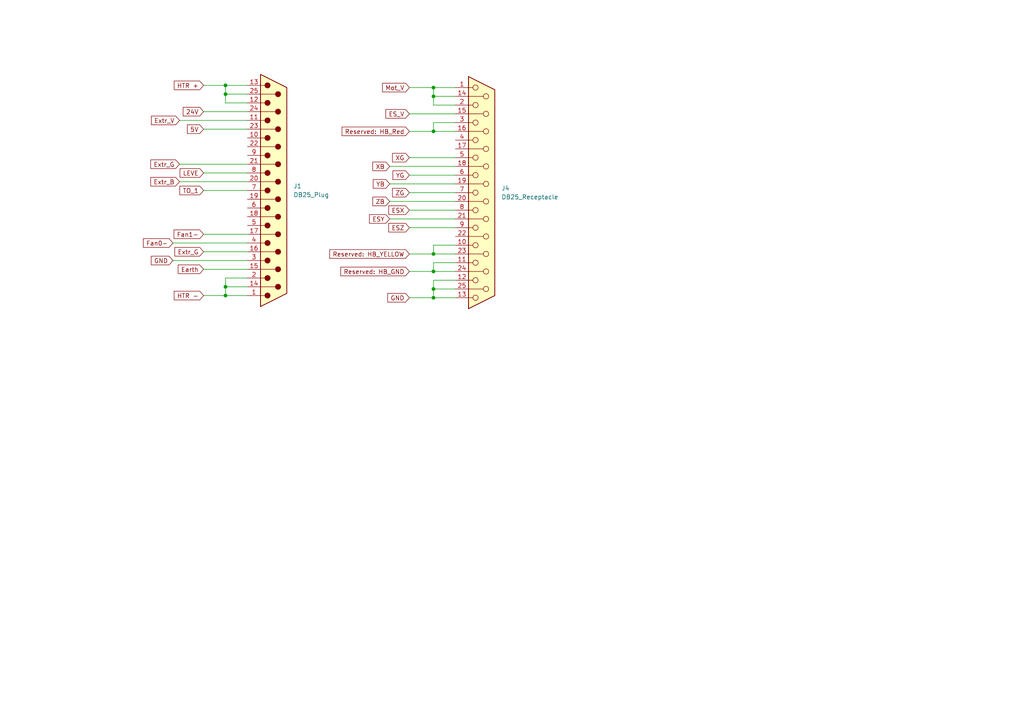
<source format=kicad_sch>
(kicad_sch (version 20230121) (generator eeschema)
  (paper "A4")
  (lib_symbols
    (symbol "Connector:DB25_Plug" (pin_names (offset 1.016) hide)
      (property "Reference" "J" (at 0 34.29 0))
      (property "Value" "DB25_Plug" (at 0 -34.925 0))
      (symbol "DB25_Plug_0_1"
        (circle (center -1.778 -30.48) (radius 0.762) (fill (type outline)))
        (circle (center -1.778 -25.4) (radius 0.762) (fill (type outline)))
        (circle (center -1.778 -20.32) (radius 0.762) (fill (type outline)))
        (circle (center -1.778 -15.24) (radius 0.762) (fill (type outline)))
        (circle (center -1.778 -10.16) (radius 0.762) (fill (type outline)))
        (circle (center -1.778 -5.08) (radius 0.762) (fill (type outline)))
        (circle (center -1.778 0) (radius 0.762) (fill (type outline)))
        (circle (center -1.778 5.08) (radius 0.762) (fill (type outline)))
        (circle (center -1.778 10.16) (radius 0.762) (fill (type outline)))
        (circle (center -1.778 15.24) (radius 0.762) (fill (type outline)))
        (circle (center -1.778 20.32) (radius 0.762) (fill (type outline)))
        (circle (center -1.778 25.4) (radius 0.762) (fill (type outline)))
        (circle (center -1.778 30.48) (radius 0.762) (fill (type outline)))
        (polyline (pts (xy -3.81 -30.48) (xy -2.54 -30.48)))
        (polyline (pts (xy -3.81 -27.94) (xy 0.508 -27.94)))
        (polyline (pts (xy -3.81 -25.4) (xy -2.54 -25.4)))
        (polyline (pts (xy -3.81 -22.86) (xy 0.508 -22.86)))
        (polyline (pts (xy -3.81 -20.32) (xy -2.54 -20.32)))
        (polyline (pts (xy -3.81 -17.78) (xy 0.508 -17.78)))
        (polyline (pts (xy -3.81 -15.24) (xy -2.54 -15.24)))
        (polyline (pts (xy -3.81 -12.7) (xy 0.508 -12.7)))
        (polyline (pts (xy -3.81 -10.16) (xy -2.54 -10.16)))
        (polyline (pts (xy -3.81 -7.62) (xy 0.508 -7.62)))
        (polyline (pts (xy -3.81 -5.08) (xy -2.54 -5.08)))
        (polyline (pts (xy -3.81 -2.54) (xy 0.508 -2.54)))
        (polyline (pts (xy -3.81 0) (xy -2.54 0)))
        (polyline (pts (xy -3.81 2.54) (xy 0.508 2.54)))
        (polyline (pts (xy -3.81 5.08) (xy -2.54 5.08)))
        (polyline (pts (xy -3.81 7.62) (xy 0.508 7.62)))
        (polyline (pts (xy -3.81 10.16) (xy -2.54 10.16)))
        (polyline (pts (xy -3.81 12.7) (xy 0.508 12.7)))
        (polyline (pts (xy -3.81 15.24) (xy -2.54 15.24)))
        (polyline (pts (xy -3.81 17.78) (xy 0.508 17.78)))
        (polyline (pts (xy -3.81 20.32) (xy -2.54 20.32)))
        (polyline (pts (xy -3.81 22.86) (xy 0.508 22.86)))
        (polyline (pts (xy -3.81 25.4) (xy -2.54 25.4)))
        (polyline (pts (xy -3.81 27.94) (xy 0.508 27.94)))
        (polyline (pts (xy -3.81 30.48) (xy -2.54 30.48)))
        (polyline (pts (xy -3.81 -33.655) (xy 3.81 -29.845) (xy 3.81 29.845) (xy -3.81 33.655) (xy -3.81 -33.655)) (stroke (width 0.254)) (fill (type background)))
        (circle (center 1.27 -27.94) (radius 0.762) (fill (type outline)))
        (circle (center 1.27 -22.86) (radius 0.762) (fill (type outline)))
        (circle (center 1.27 -17.78) (radius 0.762) (fill (type outline)))
        (circle (center 1.27 -12.7) (radius 0.762) (fill (type outline)))
        (circle (center 1.27 -7.62) (radius 0.762) (fill (type outline)))
        (circle (center 1.27 -2.54) (radius 0.762) (fill (type outline)))
        (circle (center 1.27 2.54) (radius 0.762) (fill (type outline)))
        (circle (center 1.27 7.62) (radius 0.762) (fill (type outline)))
        (circle (center 1.27 12.7) (radius 0.762) (fill (type outline)))
        (circle (center 1.27 17.78) (radius 0.762) (fill (type outline)))
        (circle (center 1.27 22.86) (radius 0.762) (fill (type outline)))
        (circle (center 1.27 27.94) (radius 0.762) (fill (type outline)))
      )
      (symbol "DB25_Plug_1_1"
        (pin passive line (at -7.62 -30.48 0) (length 3.81) (name "1") (number "1"))
        (pin passive line (at -7.62 15.24 0) (length 3.81) (name "10") (number "10"))
        (pin passive line (at -7.62 20.32 0) (length 3.81) (name "11") (number "11"))
        (pin passive line (at -7.62 25.4 0) (length 3.81) (name "12") (number "12"))
        (pin passive line (at -7.62 30.48 0) (length 3.81) (name "13") (number "13"))
        (pin passive line (at -7.62 -27.94 0) (length 3.81) (name "P14") (number "14"))
        (pin passive line (at -7.62 -22.86 0) (length 3.81) (name "P15") (number "15"))
        (pin passive line (at -7.62 -17.78 0) (length 3.81) (name "P16") (number "16"))
        (pin passive line (at -7.62 -12.7 0) (length 3.81) (name "P17") (number "17"))
        (pin passive line (at -7.62 -7.62 0) (length 3.81) (name "P18") (number "18"))
        (pin passive line (at -7.62 -2.54 0) (length 3.81) (name "P19") (number "19"))
        (pin passive line (at -7.62 -25.4 0) (length 3.81) (name "2") (number "2"))
        (pin passive line (at -7.62 2.54 0) (length 3.81) (name "P20") (number "20"))
        (pin passive line (at -7.62 7.62 0) (length 3.81) (name "P21") (number "21"))
        (pin passive line (at -7.62 12.7 0) (length 3.81) (name "P22") (number "22"))
        (pin passive line (at -7.62 17.78 0) (length 3.81) (name "P23") (number "23"))
        (pin passive line (at -7.62 22.86 0) (length 3.81) (name "P24") (number "24"))
        (pin passive line (at -7.62 27.94 0) (length 3.81) (name "P25") (number "25"))
        (pin passive line (at -7.62 -20.32 0) (length 3.81) (name "3") (number "3"))
        (pin passive line (at -7.62 -15.24 0) (length 3.81) (name "4") (number "4"))
        (pin passive line (at -7.62 -10.16 0) (length 3.81) (name "5") (number "5"))
        (pin passive line (at -7.62 -5.08 0) (length 3.81) (name "6") (number "6"))
        (pin passive line (at -7.62 0 0) (length 3.81) (name "7") (number "7"))
        (pin passive line (at -7.62 5.08 0) (length 3.81) (name "8") (number "8"))
        (pin passive line (at -7.62 10.16 0) (length 3.81) (name "9") (number "9"))
      )
    )
    (symbol "Connector:DB25_Receptacle" (pin_names (offset 1.016) hide)
      (property "Reference" "J" (at 0 34.29 0))
      (property "Value" "DB25_Receptacle" (at 0 -34.925 0))
      (symbol "DB25_Receptacle_0_1"
        (circle (center -1.778 -30.48) (radius 0.762))
        (circle (center -1.778 -25.4) (radius 0.762))
        (circle (center -1.778 -20.32) (radius 0.762))
        (circle (center -1.778 -15.24) (radius 0.762))
        (circle (center -1.778 -10.16) (radius 0.762))
        (circle (center -1.778 -5.08) (radius 0.762))
        (circle (center -1.778 0) (radius 0.762))
        (circle (center -1.778 5.08) (radius 0.762))
        (circle (center -1.778 10.16) (radius 0.762))
        (circle (center -1.778 15.24) (radius 0.762))
        (circle (center -1.778 20.32) (radius 0.762))
        (circle (center -1.778 25.4) (radius 0.762))
        (circle (center -1.778 30.48) (radius 0.762))
        (polyline (pts (xy -3.81 -30.48) (xy -2.54 -30.48)))
        (polyline (pts (xy -3.81 -27.94) (xy 0.508 -27.94)))
        (polyline (pts (xy -3.81 -25.4) (xy -2.54 -25.4)))
        (polyline (pts (xy -3.81 -22.86) (xy 0.508 -22.86)))
        (polyline (pts (xy -3.81 -20.32) (xy -2.54 -20.32)))
        (polyline (pts (xy -3.81 -17.78) (xy 0.508 -17.78)))
        (polyline (pts (xy -3.81 -15.24) (xy -2.54 -15.24)))
        (polyline (pts (xy -3.81 -12.7) (xy 0.508 -12.7)))
        (polyline (pts (xy -3.81 -10.16) (xy -2.54 -10.16)))
        (polyline (pts (xy -3.81 -7.62) (xy 0.508 -7.62)))
        (polyline (pts (xy -3.81 -5.08) (xy -2.54 -5.08)))
        (polyline (pts (xy -3.81 -2.54) (xy 0.508 -2.54)))
        (polyline (pts (xy -3.81 0) (xy -2.54 0)))
        (polyline (pts (xy -3.81 2.54) (xy 0.508 2.54)))
        (polyline (pts (xy -3.81 5.08) (xy -2.54 5.08)))
        (polyline (pts (xy -3.81 7.62) (xy 0.508 7.62)))
        (polyline (pts (xy -3.81 10.16) (xy -2.54 10.16)))
        (polyline (pts (xy -3.81 12.7) (xy 0.508 12.7)))
        (polyline (pts (xy -3.81 15.24) (xy -2.54 15.24)))
        (polyline (pts (xy -3.81 17.78) (xy 0.508 17.78)))
        (polyline (pts (xy -3.81 20.32) (xy -2.54 20.32)))
        (polyline (pts (xy -3.81 22.86) (xy 0.508 22.86)))
        (polyline (pts (xy -3.81 25.4) (xy -2.54 25.4)))
        (polyline (pts (xy -3.81 27.94) (xy 0.508 27.94)))
        (polyline (pts (xy -3.81 30.48) (xy -2.54 30.48)))
        (polyline (pts (xy -3.81 33.655) (xy 3.81 29.845) (xy 3.81 -29.845) (xy -3.81 -33.655) (xy -3.81 33.655)) (stroke (width 0.254)) (fill (type background)))
        (circle (center 1.27 -27.94) (radius 0.762))
        (circle (center 1.27 -22.86) (radius 0.762))
        (circle (center 1.27 -17.78) (radius 0.762))
        (circle (center 1.27 -12.7) (radius 0.762))
        (circle (center 1.27 -7.62) (radius 0.762))
        (circle (center 1.27 -2.54) (radius 0.762))
        (circle (center 1.27 2.54) (radius 0.762))
        (circle (center 1.27 7.62) (radius 0.762))
        (circle (center 1.27 12.7) (radius 0.762))
        (circle (center 1.27 17.78) (radius 0.762))
        (circle (center 1.27 22.86) (radius 0.762))
        (circle (center 1.27 27.94) (radius 0.762))
      )
      (symbol "DB25_Receptacle_1_1"
        (pin passive line (at -7.62 30.48 0) (length 3.81) (name "1") (number "1"))
        (pin passive line (at -7.62 -15.24 0) (length 3.81) (name "10") (number "10"))
        (pin passive line (at -7.62 -20.32 0) (length 3.81) (name "11") (number "11"))
        (pin passive line (at -7.62 -25.4 0) (length 3.81) (name "12") (number "12"))
        (pin passive line (at -7.62 -30.48 0) (length 3.81) (name "13") (number "13"))
        (pin passive line (at -7.62 27.94 0) (length 3.81) (name "P14") (number "14"))
        (pin passive line (at -7.62 22.86 0) (length 3.81) (name "P15") (number "15"))
        (pin passive line (at -7.62 17.78 0) (length 3.81) (name "P16") (number "16"))
        (pin passive line (at -7.62 12.7 0) (length 3.81) (name "P17") (number "17"))
        (pin passive line (at -7.62 7.62 0) (length 3.81) (name "P18") (number "18"))
        (pin passive line (at -7.62 2.54 0) (length 3.81) (name "P19") (number "19"))
        (pin passive line (at -7.62 25.4 0) (length 3.81) (name "2") (number "2"))
        (pin passive line (at -7.62 -2.54 0) (length 3.81) (name "P20") (number "20"))
        (pin passive line (at -7.62 -7.62 0) (length 3.81) (name "P21") (number "21"))
        (pin passive line (at -7.62 -12.7 0) (length 3.81) (name "P22") (number "22"))
        (pin passive line (at -7.62 -17.78 0) (length 3.81) (name "P23") (number "23"))
        (pin passive line (at -7.62 -22.86 0) (length 3.81) (name "P24") (number "24"))
        (pin passive line (at -7.62 -27.94 0) (length 3.81) (name "P25") (number "25"))
        (pin passive line (at -7.62 20.32 0) (length 3.81) (name "3") (number "3"))
        (pin passive line (at -7.62 15.24 0) (length 3.81) (name "4") (number "4"))
        (pin passive line (at -7.62 10.16 0) (length 3.81) (name "5") (number "5"))
        (pin passive line (at -7.62 5.08 0) (length 3.81) (name "6") (number "6"))
        (pin passive line (at -7.62 0 0) (length 3.81) (name "7") (number "7"))
        (pin passive line (at -7.62 -5.08 0) (length 3.81) (name "8") (number "8"))
        (pin passive line (at -7.62 -10.16 0) (length 3.81) (name "9") (number "9"))
      )
    )
  )
  (junction (at 125.73 25.4))
  (junction (at 125.73 86.36))
  (junction (at 125.73 73.66))
  (junction (at 65.405 24.765))
  (junction (at 125.73 78.74))
  (junction (at 65.405 27.305))
  (junction (at 65.405 85.725))
  (junction (at 125.73 27.94))
  (junction (at 125.73 83.82))
  (junction (at 65.405 83.185))
  (junction (at 125.73 38.1))
  (wire (pts (xy 65.405 83.185) (xy 71.755 83.185)))
  (wire (pts (xy 118.745 78.74) (xy 125.73 78.74)))
  (wire (pts (xy 59.055 24.765) (xy 65.405 24.765)))
  (wire (pts (xy 52.07 52.705) (xy 71.755 52.705)))
  (wire (pts (xy 125.73 76.2) (xy 125.73 78.74)))
  (wire (pts (xy 59.055 32.385) (xy 71.755 32.385)))
  (wire (pts (xy 59.055 78.105) (xy 71.755 78.105)))
  (wire (pts (xy 125.73 35.56) (xy 132.08 35.56)))
  (wire (pts (xy 118.745 66.04) (xy 132.08 66.04)))
  (wire (pts (xy 125.73 27.94) (xy 125.73 30.48)))
  (wire (pts (xy 65.405 27.305) (xy 65.405 29.845)))
  (wire (pts (xy 125.73 27.94) (xy 132.08 27.94)))
  (wire (pts (xy 118.745 86.36) (xy 125.73 86.36)))
  (wire (pts (xy 50.165 75.565) (xy 71.755 75.565)))
  (wire (pts (xy 65.405 27.305) (xy 71.755 27.305)))
  (wire (pts (xy 113.03 53.34) (xy 132.08 53.34)))
  (wire (pts (xy 113.03 48.26) (xy 132.08 48.26)))
  (wire (pts (xy 125.73 38.1) (xy 132.08 38.1)))
  (wire (pts (xy 132.08 76.2) (xy 125.73 76.2)))
  (wire (pts (xy 113.03 58.42) (xy 132.08 58.42)))
  (wire (pts (xy 125.73 83.82) (xy 125.73 81.28)))
  (wire (pts (xy 59.055 50.165) (xy 71.755 50.165)))
  (wire (pts (xy 65.405 85.725) (xy 65.405 83.185)))
  (wire (pts (xy 65.405 24.765) (xy 71.755 24.765)))
  (wire (pts (xy 59.055 73.025) (xy 71.755 73.025)))
  (wire (pts (xy 50.165 70.485) (xy 71.755 70.485)))
  (wire (pts (xy 59.055 67.945) (xy 71.755 67.945)))
  (wire (pts (xy 125.73 78.74) (xy 132.08 78.74)))
  (wire (pts (xy 65.405 85.725) (xy 71.755 85.725)))
  (wire (pts (xy 125.73 73.66) (xy 132.08 73.66)))
  (wire (pts (xy 118.745 33.02) (xy 132.08 33.02)))
  (wire (pts (xy 118.745 45.72) (xy 132.08 45.72)))
  (wire (pts (xy 113.03 63.5) (xy 132.08 63.5)))
  (wire (pts (xy 59.055 55.245) (xy 71.755 55.245)))
  (wire (pts (xy 118.745 25.4) (xy 125.73 25.4)))
  (wire (pts (xy 118.745 38.1) (xy 125.73 38.1)))
  (wire (pts (xy 125.73 83.82) (xy 132.08 83.82)))
  (wire (pts (xy 125.73 30.48) (xy 132.08 30.48)))
  (wire (pts (xy 118.745 60.96) (xy 132.08 60.96)))
  (wire (pts (xy 125.73 86.36) (xy 132.08 86.36)))
  (wire (pts (xy 118.745 73.66) (xy 125.73 73.66)))
  (wire (pts (xy 125.73 25.4) (xy 125.73 27.94)))
  (wire (pts (xy 125.73 38.1) (xy 125.73 35.56)))
  (wire (pts (xy 65.405 80.645) (xy 71.755 80.645)))
  (wire (pts (xy 132.08 71.12) (xy 125.73 71.12)))
  (wire (pts (xy 125.73 86.36) (xy 125.73 83.82)))
  (wire (pts (xy 59.055 85.725) (xy 65.405 85.725)))
  (wire (pts (xy 118.745 50.8) (xy 132.08 50.8)))
  (wire (pts (xy 125.73 25.4) (xy 132.08 25.4)))
  (wire (pts (xy 65.405 83.185) (xy 65.405 80.645)))
  (wire (pts (xy 65.405 24.765) (xy 65.405 27.305)))
  (wire (pts (xy 125.73 71.12) (xy 125.73 73.66)))
  (wire (pts (xy 118.745 55.88) (xy 132.08 55.88)))
  (wire (pts (xy 125.73 81.28) (xy 132.08 81.28)))
  (wire (pts (xy 65.405 29.845) (xy 71.755 29.845)))
  (wire (pts (xy 52.07 34.925) (xy 71.755 34.925)))
  (wire (pts (xy 52.07 47.625) (xy 71.755 47.625)))
  (wire (pts (xy 59.055 37.465) (xy 71.755 37.465)))
  (global_label "HTR +" (shape input) (at 59.055 24.765 180) (property "Intersheetrefs" "${INTERSHEET_REFS}" (effects hide)))
  (global_label "Fan1-" (shape input) (at 59.055 67.945 180) (property "Intersheetrefs" "${INTERSHEET_REFS}" (effects hide)))
  (global_label "Reserved: HB_Red" (shape input) (at 118.745 38.1 180) (property "Intersheetrefs" "${INTERSHEET_REFS}" (effects hide)))
  (global_label "Mot_V" (shape input) (at 118.745 25.4 180) (property "Intersheetrefs" "${INTERSHEET_REFS}" (effects hide)))
  (global_label "Extr_G" (shape input) (at 52.07 47.625 180) (property "Intersheetrefs" "${INTERSHEET_REFS}" (effects hide)))
  (global_label "XG" (shape input) (at 118.745 45.72 180) (property "Intersheetrefs" "${INTERSHEET_REFS}" (effects hide)))
  (global_label "ESX" (shape input) (at 118.745 60.96 180) (property "Intersheetrefs" "${INTERSHEET_REFS}" (effects hide)))
  (global_label "Reserved: HB_GND" (shape input) (at 118.745 78.74 180) (property "Intersheetrefs" "${INTERSHEET_REFS}" (effects hide)))
  (global_label "GND" (shape input) (at 50.165 75.565 180) (property "Intersheetrefs" "${INTERSHEET_REFS}" (effects hide)))
  (global_label "ZB" (shape input) (at 113.03 58.42 180) (property "Intersheetrefs" "${INTERSHEET_REFS}" (effects hide)))
  (global_label "Reserved: HB_YELLOW" (shape input) (at 118.745 73.66 180) (property "Intersheetrefs" "${INTERSHEET_REFS}" (effects hide)))
  (global_label "ESY" (shape input) (at 113.03 63.5 180) (property "Intersheetrefs" "${INTERSHEET_REFS}" (effects hide)))
  (global_label "Extr_V" (shape input) (at 52.07 34.925 180) (property "Intersheetrefs" "${INTERSHEET_REFS}" (effects hide)))
  (global_label "YB" (shape input) (at 113.03 53.34 180) (property "Intersheetrefs" "${INTERSHEET_REFS}" (effects hide)))
  (global_label "GND" (shape input) (at 118.745 86.36 180) (property "Intersheetrefs" "${INTERSHEET_REFS}" (effects hide)))
  (global_label "ESZ" (shape input) (at 118.745 66.04 180) (property "Intersheetrefs" "${INTERSHEET_REFS}" (effects hide)))
  (global_label "ZG" (shape input) (at 118.745 55.88 180) (property "Intersheetrefs" "${INTERSHEET_REFS}" (effects hide)))
  (global_label "XB" (shape input) (at 113.03 48.26 180) (property "Intersheetrefs" "${INTERSHEET_REFS}" (effects hide)))
  (global_label "24V" (shape input) (at 59.055 32.385 180) (property "Intersheetrefs" "${INTERSHEET_REFS}" (effects hide)))
  (global_label "Extr_B" (shape input) (at 52.07 52.705 180) (property "Intersheetrefs" "${INTERSHEET_REFS}" (effects hide)))
  (global_label "Earth" (shape input) (at 59.055 78.105 180) (property "Intersheetrefs" "${INTERSHEET_REFS}" (effects hide)))
  (global_label "Fan0-" (shape input) (at 50.165 70.485 180) (property "Intersheetrefs" "${INTERSHEET_REFS}" (effects hide)))
  (global_label "TO_1" (shape input) (at 59.055 55.245 180) (property "Intersheetrefs" "${INTERSHEET_REFS}" (effects hide)))
  (global_label "ES_V" (shape input) (at 118.745 33.02 180) (property "Intersheetrefs" "${INTERSHEET_REFS}" (effects hide)))
  (global_label "5V" (shape input) (at 59.055 37.465 180) (property "Intersheetrefs" "${INTERSHEET_REFS}" (effects hide)))
  (global_label "HTR -" (shape input) (at 59.055 85.725 180) (property "Intersheetrefs" "${INTERSHEET_REFS}" (effects hide)))
  (global_label "LEVE" (shape input) (at 59.055 50.165 180) (property "Intersheetrefs" "${INTERSHEET_REFS}" (effects hide)))
  (global_label "Extr_G" (shape input) (at 59.055 73.025 180) (property "Intersheetrefs" "${INTERSHEET_REFS}" (effects hide)))
  (global_label "YG" (shape input) (at 118.745 50.8 180) (property "Intersheetrefs" "${INTERSHEET_REFS}" (effects hide)))
  (symbol (lib_id "Connector:DB25_Plug") (at 79.375 55.245 0) (unit 1)
    (property "Reference" "J1" (at 85.09 53.975 0) (effects (justify left)))
    (property "Value" "DB25_Plug" (at 85.09 56.515 0) (effects (justify left)))
    (property "Datasheet" " ~" (effects hide))
  )
  (symbol (lib_id "Connector:DB25_Receptacle") (at 139.7 55.88 0) (unit 1)
    (property "Reference" "J4" (at 145.415 54.61 0) (effects (justify left)))
    (property "Value" "DB25_Receptacle" (at 145.415 57.15 0) (effects (justify left)))
    (property "Datasheet" " ~" (effects hide))
  )
)
</source>
